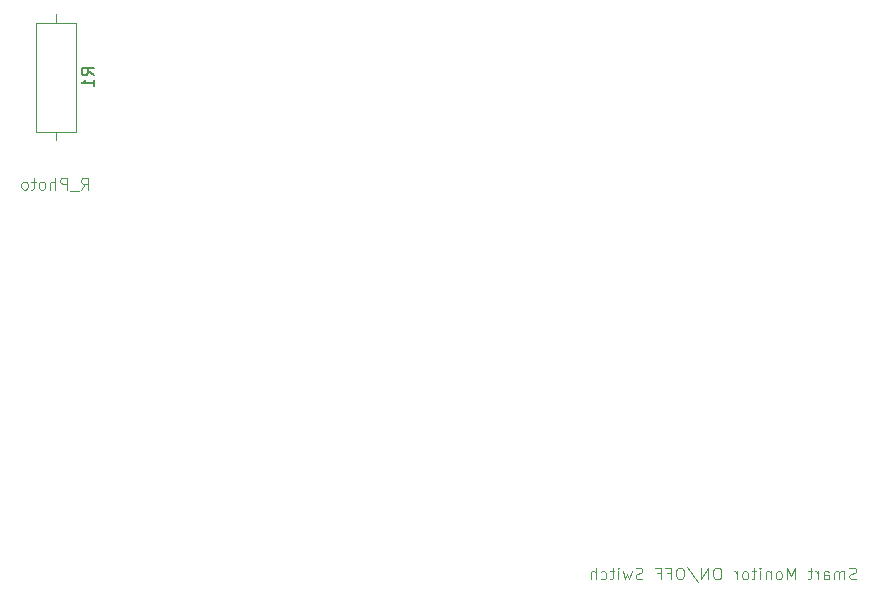
<source format=gbr>
%TF.GenerationSoftware,KiCad,Pcbnew,9.0.4*%
%TF.CreationDate,2025-12-18T16:12:58-05:00*%
%TF.ProjectId,ECET230 Smart Plant Monitor,45434554-3233-4302-9053-6d6172742050,rev?*%
%TF.SameCoordinates,Original*%
%TF.FileFunction,Legend,Bot*%
%TF.FilePolarity,Positive*%
%FSLAX46Y46*%
G04 Gerber Fmt 4.6, Leading zero omitted, Abs format (unit mm)*
G04 Created by KiCad (PCBNEW 9.0.4) date 2025-12-18 16:12:58*
%MOMM*%
%LPD*%
G01*
G04 APERTURE LIST*
%ADD10C,0.100000*%
%ADD11C,0.150000*%
%ADD12C,0.120000*%
G04 APERTURE END LIST*
D10*
X144743734Y-68824800D02*
X144600877Y-68872419D01*
X144600877Y-68872419D02*
X144362782Y-68872419D01*
X144362782Y-68872419D02*
X144267544Y-68824800D01*
X144267544Y-68824800D02*
X144219925Y-68777180D01*
X144219925Y-68777180D02*
X144172306Y-68681942D01*
X144172306Y-68681942D02*
X144172306Y-68586704D01*
X144172306Y-68586704D02*
X144219925Y-68491466D01*
X144219925Y-68491466D02*
X144267544Y-68443847D01*
X144267544Y-68443847D02*
X144362782Y-68396228D01*
X144362782Y-68396228D02*
X144553258Y-68348609D01*
X144553258Y-68348609D02*
X144648496Y-68300990D01*
X144648496Y-68300990D02*
X144696115Y-68253371D01*
X144696115Y-68253371D02*
X144743734Y-68158133D01*
X144743734Y-68158133D02*
X144743734Y-68062895D01*
X144743734Y-68062895D02*
X144696115Y-67967657D01*
X144696115Y-67967657D02*
X144648496Y-67920038D01*
X144648496Y-67920038D02*
X144553258Y-67872419D01*
X144553258Y-67872419D02*
X144315163Y-67872419D01*
X144315163Y-67872419D02*
X144172306Y-67920038D01*
X143743734Y-68872419D02*
X143743734Y-68205752D01*
X143743734Y-68300990D02*
X143696115Y-68253371D01*
X143696115Y-68253371D02*
X143600877Y-68205752D01*
X143600877Y-68205752D02*
X143458020Y-68205752D01*
X143458020Y-68205752D02*
X143362782Y-68253371D01*
X143362782Y-68253371D02*
X143315163Y-68348609D01*
X143315163Y-68348609D02*
X143315163Y-68872419D01*
X143315163Y-68348609D02*
X143267544Y-68253371D01*
X143267544Y-68253371D02*
X143172306Y-68205752D01*
X143172306Y-68205752D02*
X143029449Y-68205752D01*
X143029449Y-68205752D02*
X142934210Y-68253371D01*
X142934210Y-68253371D02*
X142886591Y-68348609D01*
X142886591Y-68348609D02*
X142886591Y-68872419D01*
X141981830Y-68872419D02*
X141981830Y-68348609D01*
X141981830Y-68348609D02*
X142029449Y-68253371D01*
X142029449Y-68253371D02*
X142124687Y-68205752D01*
X142124687Y-68205752D02*
X142315163Y-68205752D01*
X142315163Y-68205752D02*
X142410401Y-68253371D01*
X141981830Y-68824800D02*
X142077068Y-68872419D01*
X142077068Y-68872419D02*
X142315163Y-68872419D01*
X142315163Y-68872419D02*
X142410401Y-68824800D01*
X142410401Y-68824800D02*
X142458020Y-68729561D01*
X142458020Y-68729561D02*
X142458020Y-68634323D01*
X142458020Y-68634323D02*
X142410401Y-68539085D01*
X142410401Y-68539085D02*
X142315163Y-68491466D01*
X142315163Y-68491466D02*
X142077068Y-68491466D01*
X142077068Y-68491466D02*
X141981830Y-68443847D01*
X141505639Y-68872419D02*
X141505639Y-68205752D01*
X141505639Y-68396228D02*
X141458020Y-68300990D01*
X141458020Y-68300990D02*
X141410401Y-68253371D01*
X141410401Y-68253371D02*
X141315163Y-68205752D01*
X141315163Y-68205752D02*
X141219925Y-68205752D01*
X141029448Y-68205752D02*
X140648496Y-68205752D01*
X140886591Y-67872419D02*
X140886591Y-68729561D01*
X140886591Y-68729561D02*
X140838972Y-68824800D01*
X140838972Y-68824800D02*
X140743734Y-68872419D01*
X140743734Y-68872419D02*
X140648496Y-68872419D01*
X139553257Y-68872419D02*
X139553257Y-67872419D01*
X139553257Y-67872419D02*
X139219924Y-68586704D01*
X139219924Y-68586704D02*
X138886591Y-67872419D01*
X138886591Y-67872419D02*
X138886591Y-68872419D01*
X138267543Y-68872419D02*
X138362781Y-68824800D01*
X138362781Y-68824800D02*
X138410400Y-68777180D01*
X138410400Y-68777180D02*
X138458019Y-68681942D01*
X138458019Y-68681942D02*
X138458019Y-68396228D01*
X138458019Y-68396228D02*
X138410400Y-68300990D01*
X138410400Y-68300990D02*
X138362781Y-68253371D01*
X138362781Y-68253371D02*
X138267543Y-68205752D01*
X138267543Y-68205752D02*
X138124686Y-68205752D01*
X138124686Y-68205752D02*
X138029448Y-68253371D01*
X138029448Y-68253371D02*
X137981829Y-68300990D01*
X137981829Y-68300990D02*
X137934210Y-68396228D01*
X137934210Y-68396228D02*
X137934210Y-68681942D01*
X137934210Y-68681942D02*
X137981829Y-68777180D01*
X137981829Y-68777180D02*
X138029448Y-68824800D01*
X138029448Y-68824800D02*
X138124686Y-68872419D01*
X138124686Y-68872419D02*
X138267543Y-68872419D01*
X137505638Y-68205752D02*
X137505638Y-68872419D01*
X137505638Y-68300990D02*
X137458019Y-68253371D01*
X137458019Y-68253371D02*
X137362781Y-68205752D01*
X137362781Y-68205752D02*
X137219924Y-68205752D01*
X137219924Y-68205752D02*
X137124686Y-68253371D01*
X137124686Y-68253371D02*
X137077067Y-68348609D01*
X137077067Y-68348609D02*
X137077067Y-68872419D01*
X136600876Y-68872419D02*
X136600876Y-68205752D01*
X136600876Y-67872419D02*
X136648495Y-67920038D01*
X136648495Y-67920038D02*
X136600876Y-67967657D01*
X136600876Y-67967657D02*
X136553257Y-67920038D01*
X136553257Y-67920038D02*
X136600876Y-67872419D01*
X136600876Y-67872419D02*
X136600876Y-67967657D01*
X136267543Y-68205752D02*
X135886591Y-68205752D01*
X136124686Y-67872419D02*
X136124686Y-68729561D01*
X136124686Y-68729561D02*
X136077067Y-68824800D01*
X136077067Y-68824800D02*
X135981829Y-68872419D01*
X135981829Y-68872419D02*
X135886591Y-68872419D01*
X135410400Y-68872419D02*
X135505638Y-68824800D01*
X135505638Y-68824800D02*
X135553257Y-68777180D01*
X135553257Y-68777180D02*
X135600876Y-68681942D01*
X135600876Y-68681942D02*
X135600876Y-68396228D01*
X135600876Y-68396228D02*
X135553257Y-68300990D01*
X135553257Y-68300990D02*
X135505638Y-68253371D01*
X135505638Y-68253371D02*
X135410400Y-68205752D01*
X135410400Y-68205752D02*
X135267543Y-68205752D01*
X135267543Y-68205752D02*
X135172305Y-68253371D01*
X135172305Y-68253371D02*
X135124686Y-68300990D01*
X135124686Y-68300990D02*
X135077067Y-68396228D01*
X135077067Y-68396228D02*
X135077067Y-68681942D01*
X135077067Y-68681942D02*
X135124686Y-68777180D01*
X135124686Y-68777180D02*
X135172305Y-68824800D01*
X135172305Y-68824800D02*
X135267543Y-68872419D01*
X135267543Y-68872419D02*
X135410400Y-68872419D01*
X134648495Y-68872419D02*
X134648495Y-68205752D01*
X134648495Y-68396228D02*
X134600876Y-68300990D01*
X134600876Y-68300990D02*
X134553257Y-68253371D01*
X134553257Y-68253371D02*
X134458019Y-68205752D01*
X134458019Y-68205752D02*
X134362781Y-68205752D01*
X133077066Y-67872419D02*
X132886590Y-67872419D01*
X132886590Y-67872419D02*
X132791352Y-67920038D01*
X132791352Y-67920038D02*
X132696114Y-68015276D01*
X132696114Y-68015276D02*
X132648495Y-68205752D01*
X132648495Y-68205752D02*
X132648495Y-68539085D01*
X132648495Y-68539085D02*
X132696114Y-68729561D01*
X132696114Y-68729561D02*
X132791352Y-68824800D01*
X132791352Y-68824800D02*
X132886590Y-68872419D01*
X132886590Y-68872419D02*
X133077066Y-68872419D01*
X133077066Y-68872419D02*
X133172304Y-68824800D01*
X133172304Y-68824800D02*
X133267542Y-68729561D01*
X133267542Y-68729561D02*
X133315161Y-68539085D01*
X133315161Y-68539085D02*
X133315161Y-68205752D01*
X133315161Y-68205752D02*
X133267542Y-68015276D01*
X133267542Y-68015276D02*
X133172304Y-67920038D01*
X133172304Y-67920038D02*
X133077066Y-67872419D01*
X132219923Y-68872419D02*
X132219923Y-67872419D01*
X132219923Y-67872419D02*
X131648495Y-68872419D01*
X131648495Y-68872419D02*
X131648495Y-67872419D01*
X130458019Y-67824800D02*
X131315161Y-69110514D01*
X129934209Y-67872419D02*
X129743733Y-67872419D01*
X129743733Y-67872419D02*
X129648495Y-67920038D01*
X129648495Y-67920038D02*
X129553257Y-68015276D01*
X129553257Y-68015276D02*
X129505638Y-68205752D01*
X129505638Y-68205752D02*
X129505638Y-68539085D01*
X129505638Y-68539085D02*
X129553257Y-68729561D01*
X129553257Y-68729561D02*
X129648495Y-68824800D01*
X129648495Y-68824800D02*
X129743733Y-68872419D01*
X129743733Y-68872419D02*
X129934209Y-68872419D01*
X129934209Y-68872419D02*
X130029447Y-68824800D01*
X130029447Y-68824800D02*
X130124685Y-68729561D01*
X130124685Y-68729561D02*
X130172304Y-68539085D01*
X130172304Y-68539085D02*
X130172304Y-68205752D01*
X130172304Y-68205752D02*
X130124685Y-68015276D01*
X130124685Y-68015276D02*
X130029447Y-67920038D01*
X130029447Y-67920038D02*
X129934209Y-67872419D01*
X128743733Y-68348609D02*
X129077066Y-68348609D01*
X129077066Y-68872419D02*
X129077066Y-67872419D01*
X129077066Y-67872419D02*
X128600876Y-67872419D01*
X127886590Y-68348609D02*
X128219923Y-68348609D01*
X128219923Y-68872419D02*
X128219923Y-67872419D01*
X128219923Y-67872419D02*
X127743733Y-67872419D01*
X126648494Y-68824800D02*
X126505637Y-68872419D01*
X126505637Y-68872419D02*
X126267542Y-68872419D01*
X126267542Y-68872419D02*
X126172304Y-68824800D01*
X126172304Y-68824800D02*
X126124685Y-68777180D01*
X126124685Y-68777180D02*
X126077066Y-68681942D01*
X126077066Y-68681942D02*
X126077066Y-68586704D01*
X126077066Y-68586704D02*
X126124685Y-68491466D01*
X126124685Y-68491466D02*
X126172304Y-68443847D01*
X126172304Y-68443847D02*
X126267542Y-68396228D01*
X126267542Y-68396228D02*
X126458018Y-68348609D01*
X126458018Y-68348609D02*
X126553256Y-68300990D01*
X126553256Y-68300990D02*
X126600875Y-68253371D01*
X126600875Y-68253371D02*
X126648494Y-68158133D01*
X126648494Y-68158133D02*
X126648494Y-68062895D01*
X126648494Y-68062895D02*
X126600875Y-67967657D01*
X126600875Y-67967657D02*
X126553256Y-67920038D01*
X126553256Y-67920038D02*
X126458018Y-67872419D01*
X126458018Y-67872419D02*
X126219923Y-67872419D01*
X126219923Y-67872419D02*
X126077066Y-67920038D01*
X125743732Y-68205752D02*
X125553256Y-68872419D01*
X125553256Y-68872419D02*
X125362780Y-68396228D01*
X125362780Y-68396228D02*
X125172304Y-68872419D01*
X125172304Y-68872419D02*
X124981828Y-68205752D01*
X124600875Y-68872419D02*
X124600875Y-68205752D01*
X124600875Y-67872419D02*
X124648494Y-67920038D01*
X124648494Y-67920038D02*
X124600875Y-67967657D01*
X124600875Y-67967657D02*
X124553256Y-67920038D01*
X124553256Y-67920038D02*
X124600875Y-67872419D01*
X124600875Y-67872419D02*
X124600875Y-67967657D01*
X124267542Y-68205752D02*
X123886590Y-68205752D01*
X124124685Y-67872419D02*
X124124685Y-68729561D01*
X124124685Y-68729561D02*
X124077066Y-68824800D01*
X124077066Y-68824800D02*
X123981828Y-68872419D01*
X123981828Y-68872419D02*
X123886590Y-68872419D01*
X123124685Y-68824800D02*
X123219923Y-68872419D01*
X123219923Y-68872419D02*
X123410399Y-68872419D01*
X123410399Y-68872419D02*
X123505637Y-68824800D01*
X123505637Y-68824800D02*
X123553256Y-68777180D01*
X123553256Y-68777180D02*
X123600875Y-68681942D01*
X123600875Y-68681942D02*
X123600875Y-68396228D01*
X123600875Y-68396228D02*
X123553256Y-68300990D01*
X123553256Y-68300990D02*
X123505637Y-68253371D01*
X123505637Y-68253371D02*
X123410399Y-68205752D01*
X123410399Y-68205752D02*
X123219923Y-68205752D01*
X123219923Y-68205752D02*
X123124685Y-68253371D01*
X122696113Y-68872419D02*
X122696113Y-67872419D01*
X122267542Y-68872419D02*
X122267542Y-68348609D01*
X122267542Y-68348609D02*
X122315161Y-68253371D01*
X122315161Y-68253371D02*
X122410399Y-68205752D01*
X122410399Y-68205752D02*
X122553256Y-68205752D01*
X122553256Y-68205752D02*
X122648494Y-68253371D01*
X122648494Y-68253371D02*
X122696113Y-68300990D01*
X79124687Y-35872419D02*
X79458020Y-35396228D01*
X79696115Y-35872419D02*
X79696115Y-34872419D01*
X79696115Y-34872419D02*
X79315163Y-34872419D01*
X79315163Y-34872419D02*
X79219925Y-34920038D01*
X79219925Y-34920038D02*
X79172306Y-34967657D01*
X79172306Y-34967657D02*
X79124687Y-35062895D01*
X79124687Y-35062895D02*
X79124687Y-35205752D01*
X79124687Y-35205752D02*
X79172306Y-35300990D01*
X79172306Y-35300990D02*
X79219925Y-35348609D01*
X79219925Y-35348609D02*
X79315163Y-35396228D01*
X79315163Y-35396228D02*
X79696115Y-35396228D01*
X78934211Y-35967657D02*
X78172306Y-35967657D01*
X77934210Y-35872419D02*
X77934210Y-34872419D01*
X77934210Y-34872419D02*
X77553258Y-34872419D01*
X77553258Y-34872419D02*
X77458020Y-34920038D01*
X77458020Y-34920038D02*
X77410401Y-34967657D01*
X77410401Y-34967657D02*
X77362782Y-35062895D01*
X77362782Y-35062895D02*
X77362782Y-35205752D01*
X77362782Y-35205752D02*
X77410401Y-35300990D01*
X77410401Y-35300990D02*
X77458020Y-35348609D01*
X77458020Y-35348609D02*
X77553258Y-35396228D01*
X77553258Y-35396228D02*
X77934210Y-35396228D01*
X76934210Y-35872419D02*
X76934210Y-34872419D01*
X76505639Y-35872419D02*
X76505639Y-35348609D01*
X76505639Y-35348609D02*
X76553258Y-35253371D01*
X76553258Y-35253371D02*
X76648496Y-35205752D01*
X76648496Y-35205752D02*
X76791353Y-35205752D01*
X76791353Y-35205752D02*
X76886591Y-35253371D01*
X76886591Y-35253371D02*
X76934210Y-35300990D01*
X75886591Y-35872419D02*
X75981829Y-35824800D01*
X75981829Y-35824800D02*
X76029448Y-35777180D01*
X76029448Y-35777180D02*
X76077067Y-35681942D01*
X76077067Y-35681942D02*
X76077067Y-35396228D01*
X76077067Y-35396228D02*
X76029448Y-35300990D01*
X76029448Y-35300990D02*
X75981829Y-35253371D01*
X75981829Y-35253371D02*
X75886591Y-35205752D01*
X75886591Y-35205752D02*
X75743734Y-35205752D01*
X75743734Y-35205752D02*
X75648496Y-35253371D01*
X75648496Y-35253371D02*
X75600877Y-35300990D01*
X75600877Y-35300990D02*
X75553258Y-35396228D01*
X75553258Y-35396228D02*
X75553258Y-35681942D01*
X75553258Y-35681942D02*
X75600877Y-35777180D01*
X75600877Y-35777180D02*
X75648496Y-35824800D01*
X75648496Y-35824800D02*
X75743734Y-35872419D01*
X75743734Y-35872419D02*
X75886591Y-35872419D01*
X75267543Y-35205752D02*
X74886591Y-35205752D01*
X75124686Y-34872419D02*
X75124686Y-35729561D01*
X75124686Y-35729561D02*
X75077067Y-35824800D01*
X75077067Y-35824800D02*
X74981829Y-35872419D01*
X74981829Y-35872419D02*
X74886591Y-35872419D01*
X74410400Y-35872419D02*
X74505638Y-35824800D01*
X74505638Y-35824800D02*
X74553257Y-35777180D01*
X74553257Y-35777180D02*
X74600876Y-35681942D01*
X74600876Y-35681942D02*
X74600876Y-35396228D01*
X74600876Y-35396228D02*
X74553257Y-35300990D01*
X74553257Y-35300990D02*
X74505638Y-35253371D01*
X74505638Y-35253371D02*
X74410400Y-35205752D01*
X74410400Y-35205752D02*
X74267543Y-35205752D01*
X74267543Y-35205752D02*
X74172305Y-35253371D01*
X74172305Y-35253371D02*
X74124686Y-35300990D01*
X74124686Y-35300990D02*
X74077067Y-35396228D01*
X74077067Y-35396228D02*
X74077067Y-35681942D01*
X74077067Y-35681942D02*
X74124686Y-35777180D01*
X74124686Y-35777180D02*
X74172305Y-35824800D01*
X74172305Y-35824800D02*
X74267543Y-35872419D01*
X74267543Y-35872419D02*
X74410400Y-35872419D01*
D11*
X80174819Y-26183333D02*
X79698628Y-25850000D01*
X80174819Y-25611905D02*
X79174819Y-25611905D01*
X79174819Y-25611905D02*
X79174819Y-25992857D01*
X79174819Y-25992857D02*
X79222438Y-26088095D01*
X79222438Y-26088095D02*
X79270057Y-26135714D01*
X79270057Y-26135714D02*
X79365295Y-26183333D01*
X79365295Y-26183333D02*
X79508152Y-26183333D01*
X79508152Y-26183333D02*
X79603390Y-26135714D01*
X79603390Y-26135714D02*
X79651009Y-26088095D01*
X79651009Y-26088095D02*
X79698628Y-25992857D01*
X79698628Y-25992857D02*
X79698628Y-25611905D01*
X80174819Y-27135714D02*
X80174819Y-26564286D01*
X80174819Y-26850000D02*
X79174819Y-26850000D01*
X79174819Y-26850000D02*
X79317676Y-26754762D01*
X79317676Y-26754762D02*
X79412914Y-26659524D01*
X79412914Y-26659524D02*
X79460533Y-26564286D01*
D12*
%TO.C,R1*%
X77000000Y-21040000D02*
X77000000Y-21730000D01*
X77000000Y-31660000D02*
X77000000Y-30970000D01*
X78720000Y-30970000D02*
X75280000Y-30970000D01*
X75280000Y-21730000D01*
X78720000Y-21730000D01*
X78720000Y-30970000D01*
%TD*%
M02*

</source>
